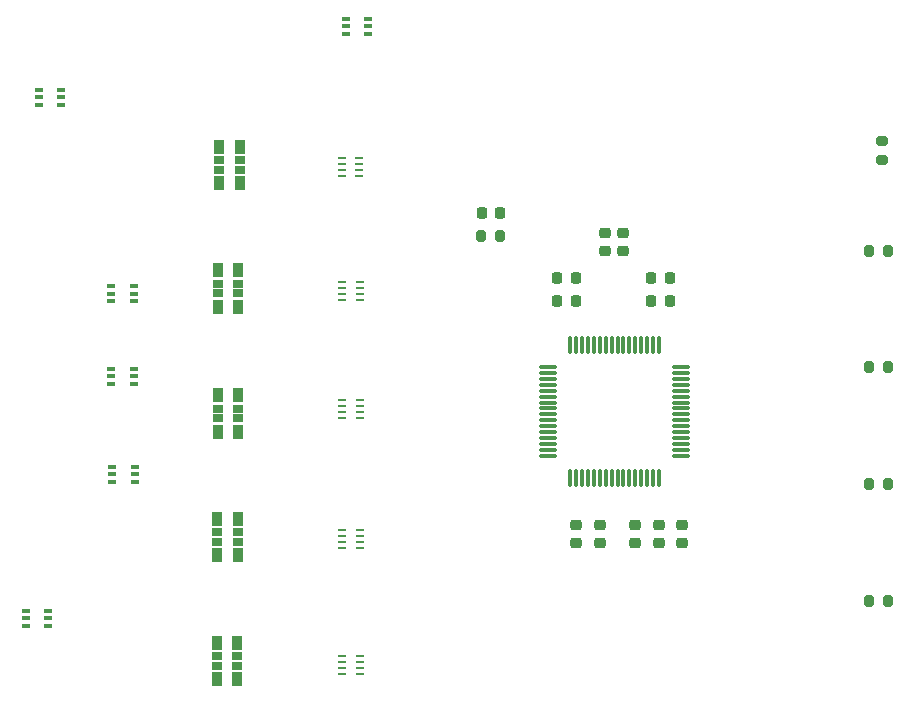
<source format=gbr>
%TF.GenerationSoftware,KiCad,Pcbnew,8.0.5*%
%TF.CreationDate,2025-02-17T01:38:54-08:00*%
%TF.ProjectId,eegw:ads1299,65656777-3a61-4647-9331-3239392e6b69,rev?*%
%TF.SameCoordinates,Original*%
%TF.FileFunction,Paste,Top*%
%TF.FilePolarity,Positive*%
%FSLAX46Y46*%
G04 Gerber Fmt 4.6, Leading zero omitted, Abs format (unit mm)*
G04 Created by KiCad (PCBNEW 8.0.5) date 2025-02-17 01:38:54*
%MOMM*%
%LPD*%
G01*
G04 APERTURE LIST*
G04 Aperture macros list*
%AMRoundRect*
0 Rectangle with rounded corners*
0 $1 Rounding radius*
0 $2 $3 $4 $5 $6 $7 $8 $9 X,Y pos of 4 corners*
0 Add a 4 corners polygon primitive as box body*
4,1,4,$2,$3,$4,$5,$6,$7,$8,$9,$2,$3,0*
0 Add four circle primitives for the rounded corners*
1,1,$1+$1,$2,$3*
1,1,$1+$1,$4,$5*
1,1,$1+$1,$6,$7*
1,1,$1+$1,$8,$9*
0 Add four rect primitives between the rounded corners*
20,1,$1+$1,$2,$3,$4,$5,0*
20,1,$1+$1,$4,$5,$6,$7,0*
20,1,$1+$1,$6,$7,$8,$9,0*
20,1,$1+$1,$8,$9,$2,$3,0*%
G04 Aperture macros list end*
%ADD10RoundRect,0.075000X-0.662500X-0.075000X0.662500X-0.075000X0.662500X0.075000X-0.662500X0.075000X0*%
%ADD11RoundRect,0.075000X-0.075000X-0.662500X0.075000X-0.662500X0.075000X0.662500X-0.075000X0.662500X0*%
%ADD12RoundRect,0.225000X0.225000X0.250000X-0.225000X0.250000X-0.225000X-0.250000X0.225000X-0.250000X0*%
%ADD13R,0.965200X1.244600*%
%ADD14R,0.965200X0.660400*%
%ADD15RoundRect,0.200000X-0.200000X-0.275000X0.200000X-0.275000X0.200000X0.275000X-0.200000X0.275000X0*%
%ADD16R,0.685800X0.152400*%
%ADD17RoundRect,0.100000X0.225000X0.100000X-0.225000X0.100000X-0.225000X-0.100000X0.225000X-0.100000X0*%
%ADD18RoundRect,0.100000X-0.225000X-0.100000X0.225000X-0.100000X0.225000X0.100000X-0.225000X0.100000X0*%
%ADD19RoundRect,0.225000X0.250000X-0.225000X0.250000X0.225000X-0.250000X0.225000X-0.250000X-0.225000X0*%
%ADD20RoundRect,0.225000X-0.225000X-0.250000X0.225000X-0.250000X0.225000X0.250000X-0.225000X0.250000X0*%
%ADD21RoundRect,0.225000X-0.250000X0.225000X-0.250000X-0.225000X0.250000X-0.225000X0.250000X0.225000X0*%
%ADD22RoundRect,0.200000X0.275000X-0.200000X0.275000X0.200000X-0.275000X0.200000X-0.275000X-0.200000X0*%
G04 APERTURE END LIST*
D10*
%TO.C,U6*%
X146087500Y-122412500D03*
X146087500Y-122912500D03*
X146087500Y-123412500D03*
X146087500Y-123912500D03*
X146087500Y-124412500D03*
X146087500Y-124912500D03*
X146087500Y-125412500D03*
X146087500Y-125912500D03*
X146087500Y-126412500D03*
X146087500Y-126912500D03*
X146087500Y-127412500D03*
X146087500Y-127912500D03*
X146087500Y-128412500D03*
X146087500Y-128912500D03*
X146087500Y-129412500D03*
X146087500Y-129912500D03*
D11*
X148000000Y-131825000D03*
X148500000Y-131825000D03*
X149000000Y-131825000D03*
X149500000Y-131825000D03*
X150000000Y-131825000D03*
X150500000Y-131825000D03*
X151000000Y-131825000D03*
X151500000Y-131825000D03*
X152000000Y-131825000D03*
X152500000Y-131825000D03*
X153000000Y-131825000D03*
X153500000Y-131825000D03*
X154000000Y-131825000D03*
X154500000Y-131825000D03*
X155000000Y-131825000D03*
X155500000Y-131825000D03*
D10*
X157412500Y-129912500D03*
X157412500Y-129412500D03*
X157412500Y-128912500D03*
X157412500Y-128412500D03*
X157412500Y-127912500D03*
X157412500Y-127412500D03*
X157412500Y-126912500D03*
X157412500Y-126412500D03*
X157412500Y-125912500D03*
X157412500Y-125412500D03*
X157412500Y-124912500D03*
X157412500Y-124412500D03*
X157412500Y-123912500D03*
X157412500Y-123412500D03*
X157412500Y-122912500D03*
X157412500Y-122412500D03*
D11*
X155500000Y-120500000D03*
X155000000Y-120500000D03*
X154500000Y-120500000D03*
X154000000Y-120500000D03*
X153500000Y-120500000D03*
X153000000Y-120500000D03*
X152500000Y-120500000D03*
X152000000Y-120500000D03*
X151500000Y-120500000D03*
X151000000Y-120500000D03*
X150500000Y-120500000D03*
X150000000Y-120500000D03*
X149500000Y-120500000D03*
X149000000Y-120500000D03*
X148500000Y-120500000D03*
X148000000Y-120500000D03*
%TD*%
D12*
%TO.C,C12*%
X156412500Y-114825000D03*
X154862500Y-114825000D03*
%TD*%
D13*
%TO.C,R10*%
X118048900Y-145733800D03*
D14*
X118048900Y-146855210D03*
X118048900Y-147684520D03*
D13*
X118048900Y-148807200D03*
X119801500Y-148807200D03*
D14*
X119801500Y-147685790D03*
X119801500Y-146856480D03*
D13*
X119801500Y-145733800D03*
%TD*%
%TO.C,R5*%
X118134900Y-124794500D03*
D14*
X118134900Y-125915910D03*
X118134900Y-126745220D03*
D13*
X118134900Y-127867900D03*
X119887500Y-127867900D03*
D14*
X119887500Y-126746490D03*
X119887500Y-125917180D03*
D13*
X119887500Y-124794500D03*
%TD*%
D15*
%TO.C,R9*%
X173262500Y-132312500D03*
X174912500Y-132312500D03*
%TD*%
D16*
%TO.C,C1*%
X128664000Y-104662500D03*
X128664000Y-105170500D03*
X128664000Y-105678500D03*
X128664000Y-106186500D03*
X130137200Y-106186500D03*
X130137200Y-105678500D03*
X130137200Y-105170500D03*
X130137200Y-104662500D03*
%TD*%
D15*
%TO.C,R2*%
X140412500Y-111325000D03*
X142062500Y-111325000D03*
%TD*%
D17*
%TO.C,U2*%
X130912500Y-94212500D03*
X130912500Y-93562500D03*
X130912500Y-92912500D03*
X129012500Y-92912500D03*
X129012500Y-93562500D03*
X129012500Y-94212500D03*
%TD*%
D12*
%TO.C,C9*%
X148462500Y-114825000D03*
X146912500Y-114825000D03*
%TD*%
D18*
%TO.C,U5*%
X109136000Y-115532500D03*
X109136000Y-116182500D03*
X109136000Y-116832500D03*
X111036000Y-116832500D03*
X111036000Y-116182500D03*
X111036000Y-115532500D03*
%TD*%
D16*
%TO.C,C7*%
X128690800Y-125162500D03*
X128690800Y-125670500D03*
X128690800Y-126178500D03*
X128690800Y-126686500D03*
X130164000Y-126686500D03*
X130164000Y-126178500D03*
X130164000Y-125670500D03*
X130164000Y-125162500D03*
%TD*%
D18*
%TO.C,U7*%
X101887500Y-143032500D03*
X101887500Y-143682500D03*
X101887500Y-144332500D03*
X103787500Y-144332500D03*
X103787500Y-143682500D03*
X103787500Y-143032500D03*
%TD*%
D19*
%TO.C,C8*%
X157500000Y-137325000D03*
X157500000Y-135775000D03*
%TD*%
%TO.C,C16*%
X150500000Y-137325000D03*
X150500000Y-135775000D03*
%TD*%
D18*
%TO.C,U1*%
X103012500Y-98912500D03*
X103012500Y-99562500D03*
X103012500Y-100212500D03*
X104912500Y-100212500D03*
X104912500Y-99562500D03*
X104912500Y-98912500D03*
%TD*%
D19*
%TO.C,C10*%
X148500000Y-137325000D03*
X148500000Y-135775000D03*
%TD*%
D16*
%TO.C,C5*%
X128690800Y-115162500D03*
X128690800Y-115670500D03*
X128690800Y-116178500D03*
X128690800Y-116686500D03*
X130164000Y-116686500D03*
X130164000Y-116178500D03*
X130164000Y-115670500D03*
X130164000Y-115162500D03*
%TD*%
D13*
%TO.C,R6*%
X118096900Y-135270500D03*
D14*
X118096900Y-136391910D03*
X118096900Y-137221220D03*
D13*
X118096900Y-138343900D03*
X119849500Y-138343900D03*
D14*
X119849500Y-137222490D03*
X119849500Y-136393180D03*
D13*
X119849500Y-135270500D03*
%TD*%
D20*
%TO.C,C4*%
X140487500Y-109325000D03*
X142037500Y-109325000D03*
%TD*%
D12*
%TO.C,C13*%
X156412500Y-116825000D03*
X154862500Y-116825000D03*
%TD*%
D13*
%TO.C,R1*%
X118286500Y-103770500D03*
D14*
X118286500Y-104891910D03*
X118286500Y-105721220D03*
D13*
X118286500Y-106843900D03*
X120039100Y-106843900D03*
D14*
X120039100Y-105722490D03*
X120039100Y-104893180D03*
D13*
X120039100Y-103770500D03*
%TD*%
D16*
%TO.C,C17*%
X128690800Y-146900500D03*
X128690800Y-147408500D03*
X128690800Y-147916500D03*
X128690800Y-148424500D03*
X130164000Y-148424500D03*
X130164000Y-147916500D03*
X130164000Y-147408500D03*
X130164000Y-146900500D03*
%TD*%
D15*
%TO.C,R11*%
X173262500Y-142212500D03*
X174912500Y-142212500D03*
%TD*%
D12*
%TO.C,C11*%
X148462500Y-116825000D03*
X146912500Y-116825000D03*
%TD*%
D15*
%TO.C,R8*%
X173262500Y-122412500D03*
X174912500Y-122412500D03*
%TD*%
D21*
%TO.C,C3*%
X152500000Y-111050000D03*
X152500000Y-112600000D03*
%TD*%
%TO.C,C2*%
X150912500Y-111050000D03*
X150912500Y-112600000D03*
%TD*%
D22*
%TO.C,R4*%
X174412500Y-104912500D03*
X174412500Y-103262500D03*
%TD*%
D21*
%TO.C,C14*%
X155500000Y-135775000D03*
X155500000Y-137325000D03*
%TD*%
D16*
%TO.C,C6*%
X128690800Y-136162500D03*
X128690800Y-136670500D03*
X128690800Y-137178500D03*
X128690800Y-137686500D03*
X130164000Y-137686500D03*
X130164000Y-137178500D03*
X130164000Y-136670500D03*
X130164000Y-136162500D03*
%TD*%
D15*
%TO.C,R3*%
X173262500Y-112612500D03*
X174912500Y-112612500D03*
%TD*%
D13*
%TO.C,R7*%
X118134900Y-114209800D03*
D14*
X118134900Y-115331210D03*
X118134900Y-116160520D03*
D13*
X118134900Y-117283200D03*
X119887500Y-117283200D03*
D14*
X119887500Y-116161790D03*
X119887500Y-115332480D03*
D13*
X119887500Y-114209800D03*
%TD*%
D18*
%TO.C,U3*%
X109236000Y-130832500D03*
X109236000Y-131482500D03*
X109236000Y-132132500D03*
X111136000Y-132132500D03*
X111136000Y-131482500D03*
X111136000Y-130832500D03*
%TD*%
D19*
%TO.C,C15*%
X153500000Y-137325000D03*
X153500000Y-135775000D03*
%TD*%
D18*
%TO.C,U4*%
X109136000Y-122532500D03*
X109136000Y-123182500D03*
X109136000Y-123832500D03*
X111036000Y-123832500D03*
X111036000Y-123182500D03*
X111036000Y-122532500D03*
%TD*%
M02*

</source>
